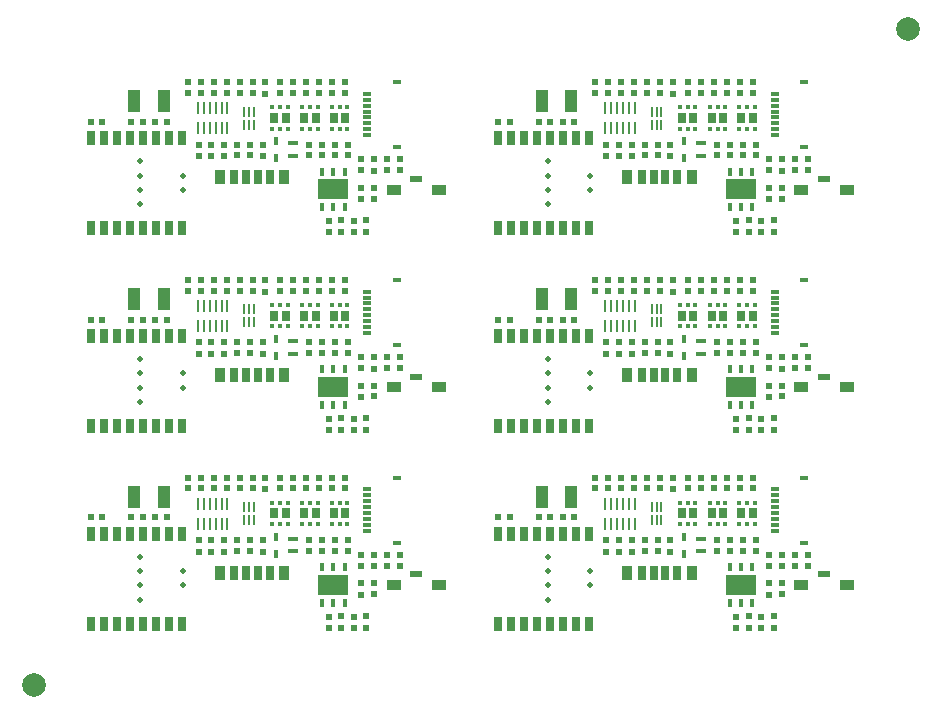
<source format=gbr>
%TF.GenerationSoftware,KiCad,Pcbnew,(5.1.9)-1*%
%TF.CreationDate,2021-11-10T23:35:07-06:00*%
%TF.ProjectId,CC_BT_PANELIZED,43435f42-545f-4504-914e-454c495a4544,000*%
%TF.SameCoordinates,Original*%
%TF.FileFunction,Paste,Top*%
%TF.FilePolarity,Positive*%
%FSLAX46Y46*%
G04 Gerber Fmt 4.6, Leading zero omitted, Abs format (unit mm)*
G04 Created by KiCad (PCBNEW (5.1.9)-1) date 2021-11-10 23:35:07*
%MOMM*%
%LPD*%
G01*
G04 APERTURE LIST*
%ADD10R,0.600000X0.490000*%
%ADD11R,0.550000X0.500000*%
%ADD12R,0.500000X0.550000*%
%ADD13R,0.650000X0.900000*%
%ADD14R,0.350000X0.400000*%
%ADD15R,0.250000X1.000000*%
%ADD16R,0.700000X1.150000*%
%ADD17R,0.800000X1.150000*%
%ADD18R,0.900000X1.150000*%
%ADD19R,0.838200X0.406400*%
%ADD20C,0.500000*%
%ADD21R,0.690000X1.190000*%
%ADD22R,1.000000X0.500000*%
%ADD23R,1.250000X0.950000*%
%ADD24R,2.500000X1.750000*%
%ADD25R,0.400000X0.800000*%
%ADD26R,1.100000X1.900000*%
%ADD27R,0.500000X0.500000*%
%ADD28R,0.420000X0.700000*%
%ADD29R,0.800000X0.300000*%
%ADD30R,0.800000X0.400000*%
%ADD31R,0.200000X0.850000*%
%ADD32C,2.000000*%
G04 APERTURE END LIST*
D10*
%TO.C,R9*%
X113490000Y-73057000D03*
X113490000Y-72143000D03*
%TD*%
%TO.C,R9*%
X78990000Y-73057000D03*
X78990000Y-72143000D03*
%TD*%
%TO.C,R9*%
X113490000Y-56307000D03*
X113490000Y-55393000D03*
%TD*%
%TO.C,R9*%
X78990000Y-56307000D03*
X78990000Y-55393000D03*
%TD*%
%TO.C,R9*%
X113490000Y-39557000D03*
X113490000Y-38643000D03*
%TD*%
%TO.C,R5*%
X126440000Y-84857000D03*
X126440000Y-83943000D03*
%TD*%
%TO.C,R5*%
X91940000Y-84857000D03*
X91940000Y-83943000D03*
%TD*%
%TO.C,R5*%
X126440000Y-68107000D03*
X126440000Y-67193000D03*
%TD*%
%TO.C,R5*%
X91940000Y-68107000D03*
X91940000Y-67193000D03*
%TD*%
%TO.C,R5*%
X126440000Y-51357000D03*
X126440000Y-50443000D03*
%TD*%
%TO.C,R11*%
X121330000Y-72143000D03*
X121330000Y-73057000D03*
%TD*%
%TO.C,R11*%
X86830000Y-72143000D03*
X86830000Y-73057000D03*
%TD*%
%TO.C,R11*%
X121330000Y-55393000D03*
X121330000Y-56307000D03*
%TD*%
%TO.C,R11*%
X86830000Y-55393000D03*
X86830000Y-56307000D03*
%TD*%
%TO.C,R11*%
X121330000Y-38643000D03*
X121330000Y-39557000D03*
%TD*%
D11*
%TO.C,C5*%
X113320000Y-78420000D03*
X113320000Y-77440000D03*
%TD*%
%TO.C,C5*%
X78820000Y-78420000D03*
X78820000Y-77440000D03*
%TD*%
%TO.C,C5*%
X113320000Y-61670000D03*
X113320000Y-60690000D03*
%TD*%
%TO.C,C5*%
X78820000Y-61670000D03*
X78820000Y-60690000D03*
%TD*%
%TO.C,C5*%
X113320000Y-44920000D03*
X113320000Y-43940000D03*
%TD*%
%TO.C,C2*%
X118980000Y-72150000D03*
X118980000Y-73130000D03*
%TD*%
%TO.C,C2*%
X84480000Y-72150000D03*
X84480000Y-73130000D03*
%TD*%
%TO.C,C2*%
X118980000Y-55400000D03*
X118980000Y-56380000D03*
%TD*%
%TO.C,C2*%
X84480000Y-55400000D03*
X84480000Y-56380000D03*
%TD*%
%TO.C,C2*%
X118980000Y-38650000D03*
X118980000Y-39630000D03*
%TD*%
D12*
%TO.C,C9*%
X108600000Y-75510000D03*
X107620000Y-75510000D03*
%TD*%
%TO.C,C9*%
X74100000Y-75510000D03*
X73120000Y-75510000D03*
%TD*%
%TO.C,C9*%
X108600000Y-58760000D03*
X107620000Y-58760000D03*
%TD*%
%TO.C,C9*%
X74100000Y-58760000D03*
X73120000Y-58760000D03*
%TD*%
%TO.C,C9*%
X108600000Y-42010000D03*
X107620000Y-42010000D03*
%TD*%
D10*
%TO.C,R2*%
X117680000Y-77433000D03*
X117680000Y-78347000D03*
%TD*%
%TO.C,R2*%
X83180000Y-77433000D03*
X83180000Y-78347000D03*
%TD*%
%TO.C,R2*%
X117680000Y-60683000D03*
X117680000Y-61597000D03*
%TD*%
%TO.C,R2*%
X83180000Y-60683000D03*
X83180000Y-61597000D03*
%TD*%
%TO.C,R2*%
X117680000Y-43933000D03*
X117680000Y-44847000D03*
%TD*%
%TO.C,R17*%
X129300000Y-78663000D03*
X129300000Y-79577000D03*
%TD*%
%TO.C,R17*%
X94800000Y-78663000D03*
X94800000Y-79577000D03*
%TD*%
%TO.C,R17*%
X129300000Y-61913000D03*
X129300000Y-62827000D03*
%TD*%
%TO.C,R17*%
X94800000Y-61913000D03*
X94800000Y-62827000D03*
%TD*%
%TO.C,R17*%
X129300000Y-45163000D03*
X129300000Y-46077000D03*
%TD*%
%TO.C,R10*%
X114590000Y-72143000D03*
X114590000Y-73057000D03*
%TD*%
%TO.C,R10*%
X80090000Y-72143000D03*
X80090000Y-73057000D03*
%TD*%
%TO.C,R10*%
X114590000Y-55393000D03*
X114590000Y-56307000D03*
%TD*%
%TO.C,R10*%
X80090000Y-55393000D03*
X80090000Y-56307000D03*
%TD*%
%TO.C,R10*%
X114590000Y-38643000D03*
X114590000Y-39557000D03*
%TD*%
%TO.C,R18*%
X130400000Y-79577000D03*
X130400000Y-78663000D03*
%TD*%
%TO.C,R18*%
X95900000Y-79577000D03*
X95900000Y-78663000D03*
%TD*%
%TO.C,R18*%
X130400000Y-62827000D03*
X130400000Y-61913000D03*
%TD*%
%TO.C,R18*%
X95900000Y-62827000D03*
X95900000Y-61913000D03*
%TD*%
%TO.C,R18*%
X130400000Y-46077000D03*
X130400000Y-45163000D03*
%TD*%
%TO.C,R23*%
X125730000Y-72143000D03*
X125730000Y-73057000D03*
%TD*%
%TO.C,R23*%
X91230000Y-72143000D03*
X91230000Y-73057000D03*
%TD*%
%TO.C,R23*%
X125730000Y-55393000D03*
X125730000Y-56307000D03*
%TD*%
%TO.C,R23*%
X91230000Y-55393000D03*
X91230000Y-56307000D03*
%TD*%
%TO.C,R23*%
X125730000Y-38643000D03*
X125730000Y-39557000D03*
%TD*%
%TO.C,R21*%
X112390000Y-72143000D03*
X112390000Y-73057000D03*
%TD*%
%TO.C,R21*%
X77890000Y-72143000D03*
X77890000Y-73057000D03*
%TD*%
%TO.C,R21*%
X112390000Y-55393000D03*
X112390000Y-56307000D03*
%TD*%
%TO.C,R21*%
X77890000Y-55393000D03*
X77890000Y-56307000D03*
%TD*%
%TO.C,R21*%
X112390000Y-38643000D03*
X112390000Y-39557000D03*
%TD*%
D12*
%TO.C,C8*%
X109660000Y-75510000D03*
X110640000Y-75510000D03*
%TD*%
%TO.C,C8*%
X75160000Y-75510000D03*
X76140000Y-75510000D03*
%TD*%
%TO.C,C8*%
X109660000Y-58760000D03*
X110640000Y-58760000D03*
%TD*%
%TO.C,C8*%
X75160000Y-58760000D03*
X76140000Y-58760000D03*
%TD*%
%TO.C,C8*%
X109660000Y-42010000D03*
X110640000Y-42010000D03*
%TD*%
D10*
%TO.C,R22*%
X124630000Y-72143000D03*
X124630000Y-73057000D03*
%TD*%
%TO.C,R22*%
X90130000Y-72143000D03*
X90130000Y-73057000D03*
%TD*%
%TO.C,R22*%
X124630000Y-55393000D03*
X124630000Y-56307000D03*
%TD*%
%TO.C,R22*%
X90130000Y-55393000D03*
X90130000Y-56307000D03*
%TD*%
%TO.C,R22*%
X124630000Y-38643000D03*
X124630000Y-39557000D03*
%TD*%
D13*
%TO.C,U5*%
X119745000Y-75170000D03*
X120695000Y-75170000D03*
D14*
X120220000Y-74260000D03*
X120870000Y-74260000D03*
X119570000Y-74260000D03*
X119570000Y-76080000D03*
X120220000Y-76080000D03*
X120870000Y-76080000D03*
%TD*%
D13*
%TO.C,U5*%
X85245000Y-75170000D03*
X86195000Y-75170000D03*
D14*
X85720000Y-74260000D03*
X86370000Y-74260000D03*
X85070000Y-74260000D03*
X85070000Y-76080000D03*
X85720000Y-76080000D03*
X86370000Y-76080000D03*
%TD*%
D13*
%TO.C,U5*%
X119745000Y-58420000D03*
X120695000Y-58420000D03*
D14*
X120220000Y-57510000D03*
X120870000Y-57510000D03*
X119570000Y-57510000D03*
X119570000Y-59330000D03*
X120220000Y-59330000D03*
X120870000Y-59330000D03*
%TD*%
D13*
%TO.C,U5*%
X85245000Y-58420000D03*
X86195000Y-58420000D03*
D14*
X85720000Y-57510000D03*
X86370000Y-57510000D03*
X85070000Y-57510000D03*
X85070000Y-59330000D03*
X85720000Y-59330000D03*
X86370000Y-59330000D03*
%TD*%
D13*
%TO.C,U5*%
X119745000Y-41670000D03*
X120695000Y-41670000D03*
D14*
X120220000Y-40760000D03*
X120870000Y-40760000D03*
X119570000Y-40760000D03*
X119570000Y-42580000D03*
X120220000Y-42580000D03*
X120870000Y-42580000D03*
%TD*%
D10*
%TO.C,R20*%
X115690000Y-73057000D03*
X115690000Y-72143000D03*
%TD*%
%TO.C,R20*%
X81190000Y-73057000D03*
X81190000Y-72143000D03*
%TD*%
%TO.C,R20*%
X115690000Y-56307000D03*
X115690000Y-55393000D03*
%TD*%
%TO.C,R20*%
X81190000Y-56307000D03*
X81190000Y-55393000D03*
%TD*%
%TO.C,R20*%
X115690000Y-39557000D03*
X115690000Y-38643000D03*
%TD*%
D11*
%TO.C,C7*%
X115480000Y-78420000D03*
X115480000Y-77440000D03*
%TD*%
%TO.C,C7*%
X80980000Y-78420000D03*
X80980000Y-77440000D03*
%TD*%
%TO.C,C7*%
X115480000Y-61670000D03*
X115480000Y-60690000D03*
%TD*%
%TO.C,C7*%
X80980000Y-61670000D03*
X80980000Y-60690000D03*
%TD*%
%TO.C,C7*%
X115480000Y-44920000D03*
X115480000Y-43940000D03*
%TD*%
D10*
%TO.C,R7*%
X127100000Y-78663000D03*
X127100000Y-79577000D03*
%TD*%
%TO.C,R7*%
X92600000Y-78663000D03*
X92600000Y-79577000D03*
%TD*%
%TO.C,R7*%
X127100000Y-61913000D03*
X127100000Y-62827000D03*
%TD*%
%TO.C,R7*%
X92600000Y-61913000D03*
X92600000Y-62827000D03*
%TD*%
%TO.C,R7*%
X127100000Y-45163000D03*
X127100000Y-46077000D03*
%TD*%
%TO.C,R4*%
X117890000Y-73057000D03*
X117890000Y-72143000D03*
%TD*%
%TO.C,R4*%
X83390000Y-73057000D03*
X83390000Y-72143000D03*
%TD*%
%TO.C,R4*%
X117890000Y-56307000D03*
X117890000Y-55393000D03*
%TD*%
%TO.C,R4*%
X83390000Y-56307000D03*
X83390000Y-55393000D03*
%TD*%
%TO.C,R4*%
X117890000Y-39557000D03*
X117890000Y-38643000D03*
%TD*%
%TO.C,R8*%
X124330000Y-84857000D03*
X124330000Y-83943000D03*
%TD*%
%TO.C,R8*%
X89830000Y-84857000D03*
X89830000Y-83943000D03*
%TD*%
%TO.C,R8*%
X124330000Y-68107000D03*
X124330000Y-67193000D03*
%TD*%
%TO.C,R8*%
X89830000Y-68107000D03*
X89830000Y-67193000D03*
%TD*%
%TO.C,R8*%
X124330000Y-51357000D03*
X124330000Y-50443000D03*
%TD*%
D11*
%TO.C,C6*%
X114400000Y-78420000D03*
X114400000Y-77440000D03*
%TD*%
%TO.C,C6*%
X79900000Y-78420000D03*
X79900000Y-77440000D03*
%TD*%
%TO.C,C6*%
X114400000Y-61670000D03*
X114400000Y-60690000D03*
%TD*%
%TO.C,C6*%
X79900000Y-61670000D03*
X79900000Y-60690000D03*
%TD*%
%TO.C,C6*%
X114400000Y-44920000D03*
X114400000Y-43940000D03*
%TD*%
D10*
%TO.C,R1*%
X116580000Y-77433000D03*
X116580000Y-78347000D03*
%TD*%
%TO.C,R1*%
X82080000Y-77433000D03*
X82080000Y-78347000D03*
%TD*%
%TO.C,R1*%
X116580000Y-60683000D03*
X116580000Y-61597000D03*
%TD*%
%TO.C,R1*%
X82080000Y-60683000D03*
X82080000Y-61597000D03*
%TD*%
%TO.C,R1*%
X116580000Y-43933000D03*
X116580000Y-44847000D03*
%TD*%
D11*
%TO.C,C1*%
X118770000Y-78420000D03*
X118770000Y-77440000D03*
%TD*%
%TO.C,C1*%
X84270000Y-78420000D03*
X84270000Y-77440000D03*
%TD*%
%TO.C,C1*%
X118770000Y-61670000D03*
X118770000Y-60690000D03*
%TD*%
%TO.C,C1*%
X84270000Y-61670000D03*
X84270000Y-60690000D03*
%TD*%
%TO.C,C1*%
X118770000Y-44920000D03*
X118770000Y-43940000D03*
%TD*%
%TO.C,C3*%
X127100000Y-81100000D03*
X127100000Y-82080000D03*
%TD*%
%TO.C,C3*%
X92600000Y-81100000D03*
X92600000Y-82080000D03*
%TD*%
%TO.C,C3*%
X127100000Y-64350000D03*
X127100000Y-65330000D03*
%TD*%
%TO.C,C3*%
X92600000Y-64350000D03*
X92600000Y-65330000D03*
%TD*%
%TO.C,C3*%
X127100000Y-47600000D03*
X127100000Y-48580000D03*
%TD*%
D10*
%TO.C,R24*%
X120230000Y-72143000D03*
X120230000Y-73057000D03*
%TD*%
%TO.C,R24*%
X85730000Y-72143000D03*
X85730000Y-73057000D03*
%TD*%
%TO.C,R24*%
X120230000Y-55393000D03*
X120230000Y-56307000D03*
%TD*%
%TO.C,R24*%
X85730000Y-55393000D03*
X85730000Y-56307000D03*
%TD*%
%TO.C,R24*%
X120230000Y-38643000D03*
X120230000Y-39557000D03*
%TD*%
D13*
%TO.C,U7*%
X124785000Y-75170000D03*
X125735000Y-75170000D03*
D14*
X125260000Y-74260000D03*
X125910000Y-74260000D03*
X124610000Y-74260000D03*
X124610000Y-76080000D03*
X125260000Y-76080000D03*
X125910000Y-76080000D03*
%TD*%
D13*
%TO.C,U7*%
X90285000Y-75170000D03*
X91235000Y-75170000D03*
D14*
X90760000Y-74260000D03*
X91410000Y-74260000D03*
X90110000Y-74260000D03*
X90110000Y-76080000D03*
X90760000Y-76080000D03*
X91410000Y-76080000D03*
%TD*%
D13*
%TO.C,U7*%
X124785000Y-58420000D03*
X125735000Y-58420000D03*
D14*
X125260000Y-57510000D03*
X125910000Y-57510000D03*
X124610000Y-57510000D03*
X124610000Y-59330000D03*
X125260000Y-59330000D03*
X125910000Y-59330000D03*
%TD*%
D13*
%TO.C,U7*%
X90285000Y-58420000D03*
X91235000Y-58420000D03*
D14*
X90760000Y-57510000D03*
X91410000Y-57510000D03*
X90110000Y-57510000D03*
X90110000Y-59330000D03*
X90760000Y-59330000D03*
X91410000Y-59330000D03*
%TD*%
D13*
%TO.C,U7*%
X124785000Y-41670000D03*
X125735000Y-41670000D03*
D14*
X125260000Y-40760000D03*
X125910000Y-40760000D03*
X124610000Y-40760000D03*
X124610000Y-42580000D03*
X125260000Y-42580000D03*
X125910000Y-42580000D03*
%TD*%
D10*
%TO.C,R16*%
X122430000Y-72143000D03*
X122430000Y-73057000D03*
%TD*%
%TO.C,R16*%
X87930000Y-72143000D03*
X87930000Y-73057000D03*
%TD*%
%TO.C,R16*%
X122430000Y-55393000D03*
X122430000Y-56307000D03*
%TD*%
%TO.C,R16*%
X87930000Y-55393000D03*
X87930000Y-56307000D03*
%TD*%
%TO.C,R16*%
X122430000Y-38643000D03*
X122430000Y-39557000D03*
%TD*%
%TO.C,R12*%
X124880000Y-78347000D03*
X124880000Y-77433000D03*
%TD*%
%TO.C,R12*%
X90380000Y-78347000D03*
X90380000Y-77433000D03*
%TD*%
%TO.C,R12*%
X124880000Y-61597000D03*
X124880000Y-60683000D03*
%TD*%
%TO.C,R12*%
X90380000Y-61597000D03*
X90380000Y-60683000D03*
%TD*%
%TO.C,R12*%
X124880000Y-44847000D03*
X124880000Y-43933000D03*
%TD*%
%TO.C,R19*%
X128203333Y-81093000D03*
X128203333Y-82007000D03*
%TD*%
%TO.C,R19*%
X93703333Y-81093000D03*
X93703333Y-82007000D03*
%TD*%
%TO.C,R19*%
X128203333Y-64343000D03*
X128203333Y-65257000D03*
%TD*%
%TO.C,R19*%
X93703333Y-64343000D03*
X93703333Y-65257000D03*
%TD*%
%TO.C,R19*%
X128203333Y-47593000D03*
X128203333Y-48507000D03*
%TD*%
D12*
%TO.C,C10*%
X104190000Y-75510000D03*
X105170000Y-75510000D03*
%TD*%
%TO.C,C10*%
X69690000Y-75510000D03*
X70670000Y-75510000D03*
%TD*%
%TO.C,C10*%
X104190000Y-58760000D03*
X105170000Y-58760000D03*
%TD*%
%TO.C,C10*%
X69690000Y-58760000D03*
X70670000Y-58760000D03*
%TD*%
%TO.C,C10*%
X104190000Y-42010000D03*
X105170000Y-42010000D03*
%TD*%
D11*
%TO.C,C4*%
X128203333Y-78670000D03*
X128203333Y-79650000D03*
%TD*%
%TO.C,C4*%
X93703333Y-78670000D03*
X93703333Y-79650000D03*
%TD*%
%TO.C,C4*%
X128203333Y-61920000D03*
X128203333Y-62900000D03*
%TD*%
%TO.C,C4*%
X93703333Y-61920000D03*
X93703333Y-62900000D03*
%TD*%
%TO.C,C4*%
X128203333Y-45170000D03*
X128203333Y-46150000D03*
%TD*%
D10*
%TO.C,R6*%
X125980000Y-78347000D03*
X125980000Y-77433000D03*
%TD*%
%TO.C,R6*%
X91480000Y-78347000D03*
X91480000Y-77433000D03*
%TD*%
%TO.C,R6*%
X125980000Y-61597000D03*
X125980000Y-60683000D03*
%TD*%
%TO.C,R6*%
X91480000Y-61597000D03*
X91480000Y-60683000D03*
%TD*%
%TO.C,R6*%
X125980000Y-44847000D03*
X125980000Y-43933000D03*
%TD*%
%TO.C,R3*%
X116790000Y-73057000D03*
X116790000Y-72143000D03*
%TD*%
%TO.C,R3*%
X82290000Y-73057000D03*
X82290000Y-72143000D03*
%TD*%
%TO.C,R3*%
X116790000Y-56307000D03*
X116790000Y-55393000D03*
%TD*%
%TO.C,R3*%
X82290000Y-56307000D03*
X82290000Y-55393000D03*
%TD*%
%TO.C,R3*%
X116790000Y-39557000D03*
X116790000Y-38643000D03*
%TD*%
%TO.C,R15*%
X122680000Y-78347000D03*
X122680000Y-77433000D03*
%TD*%
%TO.C,R15*%
X88180000Y-78347000D03*
X88180000Y-77433000D03*
%TD*%
%TO.C,R15*%
X122680000Y-61597000D03*
X122680000Y-60683000D03*
%TD*%
%TO.C,R15*%
X88180000Y-61597000D03*
X88180000Y-60683000D03*
%TD*%
%TO.C,R15*%
X122680000Y-44847000D03*
X122680000Y-43933000D03*
%TD*%
D15*
%TO.C,U3*%
X113260000Y-76050000D03*
X113760000Y-76050000D03*
X114260000Y-76050000D03*
X114760000Y-76050000D03*
X115260000Y-76050000D03*
X115760000Y-76050000D03*
X115760000Y-74350000D03*
X115260000Y-74350000D03*
X114760000Y-74350000D03*
X114260000Y-74350000D03*
X113760000Y-74350000D03*
X113260000Y-74350000D03*
%TD*%
%TO.C,U3*%
X78760000Y-76050000D03*
X79260000Y-76050000D03*
X79760000Y-76050000D03*
X80260000Y-76050000D03*
X80760000Y-76050000D03*
X81260000Y-76050000D03*
X81260000Y-74350000D03*
X80760000Y-74350000D03*
X80260000Y-74350000D03*
X79760000Y-74350000D03*
X79260000Y-74350000D03*
X78760000Y-74350000D03*
%TD*%
%TO.C,U3*%
X113260000Y-59300000D03*
X113760000Y-59300000D03*
X114260000Y-59300000D03*
X114760000Y-59300000D03*
X115260000Y-59300000D03*
X115760000Y-59300000D03*
X115760000Y-57600000D03*
X115260000Y-57600000D03*
X114760000Y-57600000D03*
X114260000Y-57600000D03*
X113760000Y-57600000D03*
X113260000Y-57600000D03*
%TD*%
%TO.C,U3*%
X78760000Y-59300000D03*
X79260000Y-59300000D03*
X79760000Y-59300000D03*
X80260000Y-59300000D03*
X80760000Y-59300000D03*
X81260000Y-59300000D03*
X81260000Y-57600000D03*
X80760000Y-57600000D03*
X80260000Y-57600000D03*
X79760000Y-57600000D03*
X79260000Y-57600000D03*
X78760000Y-57600000D03*
%TD*%
%TO.C,U3*%
X113260000Y-42550000D03*
X113760000Y-42550000D03*
X114260000Y-42550000D03*
X114760000Y-42550000D03*
X115260000Y-42550000D03*
X115760000Y-42550000D03*
X115760000Y-40850000D03*
X115260000Y-40850000D03*
X114760000Y-40850000D03*
X114260000Y-40850000D03*
X113760000Y-40850000D03*
X113260000Y-40850000D03*
%TD*%
D16*
%TO.C,J1*%
X118340000Y-80190000D03*
X117340000Y-80190000D03*
D17*
X116320000Y-80190000D03*
X119360000Y-80190000D03*
D18*
X115090000Y-80190000D03*
X120590000Y-80190000D03*
%TD*%
D16*
%TO.C,J1*%
X83840000Y-80190000D03*
X82840000Y-80190000D03*
D17*
X81820000Y-80190000D03*
X84860000Y-80190000D03*
D18*
X80590000Y-80190000D03*
X86090000Y-80190000D03*
%TD*%
D16*
%TO.C,J1*%
X118340000Y-63440000D03*
X117340000Y-63440000D03*
D17*
X116320000Y-63440000D03*
X119360000Y-63440000D03*
D18*
X115090000Y-63440000D03*
X120590000Y-63440000D03*
%TD*%
D16*
%TO.C,J1*%
X83840000Y-63440000D03*
X82840000Y-63440000D03*
D17*
X81820000Y-63440000D03*
X84860000Y-63440000D03*
D18*
X80590000Y-63440000D03*
X86090000Y-63440000D03*
%TD*%
D16*
%TO.C,J1*%
X118340000Y-46690000D03*
X117340000Y-46690000D03*
D17*
X116320000Y-46690000D03*
X119360000Y-46690000D03*
D18*
X115090000Y-46690000D03*
X120590000Y-46690000D03*
%TD*%
D19*
%TO.C,CR1*%
X121320000Y-78380700D03*
X121320000Y-77339300D03*
%TD*%
%TO.C,CR1*%
X86820000Y-78380700D03*
X86820000Y-77339300D03*
%TD*%
%TO.C,CR1*%
X121320000Y-61630700D03*
X121320000Y-60589300D03*
%TD*%
%TO.C,CR1*%
X86820000Y-61630700D03*
X86820000Y-60589300D03*
%TD*%
%TO.C,CR1*%
X121320000Y-44880700D03*
X121320000Y-43839300D03*
%TD*%
D20*
%TO.C,U4*%
X108391000Y-78860000D03*
X108391000Y-80060000D03*
X108391000Y-81260000D03*
X108391000Y-82460000D03*
X111991000Y-80060000D03*
X111991000Y-81260000D03*
D21*
X104192000Y-76890000D03*
X105292000Y-76890000D03*
X106392000Y-76890000D03*
X107492000Y-76890000D03*
X108592000Y-76890000D03*
X109692000Y-76890000D03*
X110792000Y-76890000D03*
X111892000Y-76890000D03*
X111892000Y-84530000D03*
X110792000Y-84530000D03*
X109692000Y-84530000D03*
X108592000Y-84530000D03*
X107492000Y-84530000D03*
X106392000Y-84530000D03*
X105292000Y-84530000D03*
X104192000Y-84530000D03*
%TD*%
D20*
%TO.C,U4*%
X73891000Y-78860000D03*
X73891000Y-80060000D03*
X73891000Y-81260000D03*
X73891000Y-82460000D03*
X77491000Y-80060000D03*
X77491000Y-81260000D03*
D21*
X69692000Y-76890000D03*
X70792000Y-76890000D03*
X71892000Y-76890000D03*
X72992000Y-76890000D03*
X74092000Y-76890000D03*
X75192000Y-76890000D03*
X76292000Y-76890000D03*
X77392000Y-76890000D03*
X77392000Y-84530000D03*
X76292000Y-84530000D03*
X75192000Y-84530000D03*
X74092000Y-84530000D03*
X72992000Y-84530000D03*
X71892000Y-84530000D03*
X70792000Y-84530000D03*
X69692000Y-84530000D03*
%TD*%
D20*
%TO.C,U4*%
X108391000Y-62110000D03*
X108391000Y-63310000D03*
X108391000Y-64510000D03*
X108391000Y-65710000D03*
X111991000Y-63310000D03*
X111991000Y-64510000D03*
D21*
X104192000Y-60140000D03*
X105292000Y-60140000D03*
X106392000Y-60140000D03*
X107492000Y-60140000D03*
X108592000Y-60140000D03*
X109692000Y-60140000D03*
X110792000Y-60140000D03*
X111892000Y-60140000D03*
X111892000Y-67780000D03*
X110792000Y-67780000D03*
X109692000Y-67780000D03*
X108592000Y-67780000D03*
X107492000Y-67780000D03*
X106392000Y-67780000D03*
X105292000Y-67780000D03*
X104192000Y-67780000D03*
%TD*%
D20*
%TO.C,U4*%
X73891000Y-62110000D03*
X73891000Y-63310000D03*
X73891000Y-64510000D03*
X73891000Y-65710000D03*
X77491000Y-63310000D03*
X77491000Y-64510000D03*
D21*
X69692000Y-60140000D03*
X70792000Y-60140000D03*
X71892000Y-60140000D03*
X72992000Y-60140000D03*
X74092000Y-60140000D03*
X75192000Y-60140000D03*
X76292000Y-60140000D03*
X77392000Y-60140000D03*
X77392000Y-67780000D03*
X76292000Y-67780000D03*
X75192000Y-67780000D03*
X74092000Y-67780000D03*
X72992000Y-67780000D03*
X71892000Y-67780000D03*
X70792000Y-67780000D03*
X69692000Y-67780000D03*
%TD*%
D20*
%TO.C,U4*%
X108391000Y-45360000D03*
X108391000Y-46560000D03*
X108391000Y-47760000D03*
X108391000Y-48960000D03*
X111991000Y-46560000D03*
X111991000Y-47760000D03*
D21*
X104192000Y-43390000D03*
X105292000Y-43390000D03*
X106392000Y-43390000D03*
X107492000Y-43390000D03*
X108592000Y-43390000D03*
X109692000Y-43390000D03*
X110792000Y-43390000D03*
X111892000Y-43390000D03*
X111892000Y-51030000D03*
X110792000Y-51030000D03*
X109692000Y-51030000D03*
X108592000Y-51030000D03*
X107492000Y-51030000D03*
X106392000Y-51030000D03*
X105292000Y-51030000D03*
X104192000Y-51030000D03*
%TD*%
D22*
%TO.C,SW1*%
X131760000Y-80330000D03*
D23*
X133685000Y-81255000D03*
X129835000Y-81255000D03*
%TD*%
D22*
%TO.C,SW1*%
X97260000Y-80330000D03*
D23*
X99185000Y-81255000D03*
X95335000Y-81255000D03*
%TD*%
D22*
%TO.C,SW1*%
X131760000Y-63580000D03*
D23*
X133685000Y-64505000D03*
X129835000Y-64505000D03*
%TD*%
D22*
%TO.C,SW1*%
X97260000Y-63580000D03*
D23*
X99185000Y-64505000D03*
X95335000Y-64505000D03*
%TD*%
D22*
%TO.C,SW1*%
X131760000Y-46830000D03*
D23*
X133685000Y-47755000D03*
X129835000Y-47755000D03*
%TD*%
D24*
%TO.C,U2*%
X124740000Y-81220000D03*
D25*
X125690000Y-82720000D03*
X124740000Y-82720000D03*
X123790000Y-82720000D03*
X123790000Y-79720000D03*
X124740000Y-79720000D03*
X125690000Y-79720000D03*
%TD*%
D24*
%TO.C,U2*%
X90240000Y-81220000D03*
D25*
X91190000Y-82720000D03*
X90240000Y-82720000D03*
X89290000Y-82720000D03*
X89290000Y-79720000D03*
X90240000Y-79720000D03*
X91190000Y-79720000D03*
%TD*%
D24*
%TO.C,U2*%
X124740000Y-64470000D03*
D25*
X125690000Y-65970000D03*
X124740000Y-65970000D03*
X123790000Y-65970000D03*
X123790000Y-62970000D03*
X124740000Y-62970000D03*
X125690000Y-62970000D03*
%TD*%
D24*
%TO.C,U2*%
X90240000Y-64470000D03*
D25*
X91190000Y-65970000D03*
X90240000Y-65970000D03*
X89290000Y-65970000D03*
X89290000Y-62970000D03*
X90240000Y-62970000D03*
X91190000Y-62970000D03*
%TD*%
D24*
%TO.C,U2*%
X124740000Y-47720000D03*
D25*
X125690000Y-49220000D03*
X124740000Y-49220000D03*
X123790000Y-49220000D03*
X123790000Y-46220000D03*
X124740000Y-46220000D03*
X125690000Y-46220000D03*
%TD*%
D26*
%TO.C,Y1*%
X107880000Y-73770000D03*
X110380000Y-73770000D03*
%TD*%
%TO.C,Y1*%
X73380000Y-73770000D03*
X75880000Y-73770000D03*
%TD*%
%TO.C,Y1*%
X107880000Y-57020000D03*
X110380000Y-57020000D03*
%TD*%
%TO.C,Y1*%
X73380000Y-57020000D03*
X75880000Y-57020000D03*
%TD*%
%TO.C,Y1*%
X107880000Y-40270000D03*
X110380000Y-40270000D03*
%TD*%
D10*
%TO.C,R13*%
X123530000Y-73057000D03*
X123530000Y-72143000D03*
%TD*%
%TO.C,R13*%
X89030000Y-73057000D03*
X89030000Y-72143000D03*
%TD*%
%TO.C,R13*%
X123530000Y-56307000D03*
X123530000Y-55393000D03*
%TD*%
%TO.C,R13*%
X89030000Y-56307000D03*
X89030000Y-55393000D03*
%TD*%
%TO.C,R13*%
X123530000Y-39557000D03*
X123530000Y-38643000D03*
%TD*%
D27*
%TO.C,D3*%
X125380000Y-84850000D03*
X125380000Y-83850000D03*
%TD*%
%TO.C,D3*%
X90880000Y-84850000D03*
X90880000Y-83850000D03*
%TD*%
%TO.C,D3*%
X125380000Y-68100000D03*
X125380000Y-67100000D03*
%TD*%
%TO.C,D3*%
X90880000Y-68100000D03*
X90880000Y-67100000D03*
%TD*%
%TO.C,D3*%
X125380000Y-51350000D03*
X125380000Y-50350000D03*
%TD*%
D28*
%TO.C,D1*%
X119910000Y-77135000D03*
X119910000Y-78585000D03*
%TD*%
%TO.C,D1*%
X85410000Y-77135000D03*
X85410000Y-78585000D03*
%TD*%
%TO.C,D1*%
X119910000Y-60385000D03*
X119910000Y-61835000D03*
%TD*%
%TO.C,D1*%
X85410000Y-60385000D03*
X85410000Y-61835000D03*
%TD*%
%TO.C,D1*%
X119910000Y-43635000D03*
X119910000Y-45085000D03*
%TD*%
D10*
%TO.C,R14*%
X123780000Y-77433000D03*
X123780000Y-78347000D03*
%TD*%
%TO.C,R14*%
X89280000Y-77433000D03*
X89280000Y-78347000D03*
%TD*%
%TO.C,R14*%
X123780000Y-60683000D03*
X123780000Y-61597000D03*
%TD*%
%TO.C,R14*%
X89280000Y-60683000D03*
X89280000Y-61597000D03*
%TD*%
%TO.C,R14*%
X123780000Y-43933000D03*
X123780000Y-44847000D03*
%TD*%
D27*
%TO.C,D2*%
X127500000Y-84850000D03*
X127500000Y-83850000D03*
%TD*%
%TO.C,D2*%
X93000000Y-84850000D03*
X93000000Y-83850000D03*
%TD*%
%TO.C,D2*%
X127500000Y-68100000D03*
X127500000Y-67100000D03*
%TD*%
%TO.C,D2*%
X93000000Y-68100000D03*
X93000000Y-67100000D03*
%TD*%
%TO.C,D2*%
X127500000Y-51350000D03*
X127500000Y-50350000D03*
%TD*%
D29*
%TO.C,J2*%
X127610000Y-73140000D03*
X127610000Y-73640000D03*
X127610000Y-74140000D03*
X127610000Y-74640000D03*
X127610000Y-75140000D03*
X127610000Y-75640000D03*
X127610000Y-76140000D03*
X127610000Y-76640000D03*
D30*
X130110000Y-72140000D03*
X130110000Y-77640000D03*
%TD*%
D29*
%TO.C,J2*%
X93110000Y-73140000D03*
X93110000Y-73640000D03*
X93110000Y-74140000D03*
X93110000Y-74640000D03*
X93110000Y-75140000D03*
X93110000Y-75640000D03*
X93110000Y-76140000D03*
X93110000Y-76640000D03*
D30*
X95610000Y-72140000D03*
X95610000Y-77640000D03*
%TD*%
D29*
%TO.C,J2*%
X127610000Y-56390000D03*
X127610000Y-56890000D03*
X127610000Y-57390000D03*
X127610000Y-57890000D03*
X127610000Y-58390000D03*
X127610000Y-58890000D03*
X127610000Y-59390000D03*
X127610000Y-59890000D03*
D30*
X130110000Y-55390000D03*
X130110000Y-60890000D03*
%TD*%
D29*
%TO.C,J2*%
X93110000Y-56390000D03*
X93110000Y-56890000D03*
X93110000Y-57390000D03*
X93110000Y-57890000D03*
X93110000Y-58390000D03*
X93110000Y-58890000D03*
X93110000Y-59390000D03*
X93110000Y-59890000D03*
D30*
X95610000Y-55390000D03*
X95610000Y-60890000D03*
%TD*%
D29*
%TO.C,J2*%
X127610000Y-39640000D03*
X127610000Y-40140000D03*
X127610000Y-40640000D03*
X127610000Y-41140000D03*
X127610000Y-41640000D03*
X127610000Y-42140000D03*
X127610000Y-42640000D03*
X127610000Y-43140000D03*
D30*
X130110000Y-38640000D03*
X130110000Y-44140000D03*
%TD*%
D31*
%TO.C,U1*%
X117990000Y-74640000D03*
X117590000Y-74640000D03*
X117190000Y-74640000D03*
X117190000Y-75740000D03*
X117590000Y-75740000D03*
X117990000Y-75740000D03*
%TD*%
%TO.C,U1*%
X83490000Y-74640000D03*
X83090000Y-74640000D03*
X82690000Y-74640000D03*
X82690000Y-75740000D03*
X83090000Y-75740000D03*
X83490000Y-75740000D03*
%TD*%
%TO.C,U1*%
X117990000Y-57890000D03*
X117590000Y-57890000D03*
X117190000Y-57890000D03*
X117190000Y-58990000D03*
X117590000Y-58990000D03*
X117990000Y-58990000D03*
%TD*%
%TO.C,U1*%
X83490000Y-57890000D03*
X83090000Y-57890000D03*
X82690000Y-57890000D03*
X82690000Y-58990000D03*
X83090000Y-58990000D03*
X83490000Y-58990000D03*
%TD*%
%TO.C,U1*%
X117990000Y-41140000D03*
X117590000Y-41140000D03*
X117190000Y-41140000D03*
X117190000Y-42240000D03*
X117590000Y-42240000D03*
X117990000Y-42240000D03*
%TD*%
D14*
%TO.C,U6*%
X123410000Y-76080000D03*
X122760000Y-76080000D03*
X122110000Y-76080000D03*
X122110000Y-74260000D03*
X123410000Y-74260000D03*
X122760000Y-74260000D03*
D13*
X123235000Y-75170000D03*
X122285000Y-75170000D03*
%TD*%
D14*
%TO.C,U6*%
X88910000Y-76080000D03*
X88260000Y-76080000D03*
X87610000Y-76080000D03*
X87610000Y-74260000D03*
X88910000Y-74260000D03*
X88260000Y-74260000D03*
D13*
X88735000Y-75170000D03*
X87785000Y-75170000D03*
%TD*%
D14*
%TO.C,U6*%
X123410000Y-59330000D03*
X122760000Y-59330000D03*
X122110000Y-59330000D03*
X122110000Y-57510000D03*
X123410000Y-57510000D03*
X122760000Y-57510000D03*
D13*
X123235000Y-58420000D03*
X122285000Y-58420000D03*
%TD*%
D14*
%TO.C,U6*%
X88910000Y-59330000D03*
X88260000Y-59330000D03*
X87610000Y-59330000D03*
X87610000Y-57510000D03*
X88910000Y-57510000D03*
X88260000Y-57510000D03*
D13*
X88735000Y-58420000D03*
X87785000Y-58420000D03*
%TD*%
D14*
%TO.C,U6*%
X123410000Y-42580000D03*
X122760000Y-42580000D03*
X122110000Y-42580000D03*
X122110000Y-40760000D03*
X123410000Y-40760000D03*
X122760000Y-40760000D03*
D13*
X123235000Y-41670000D03*
X122285000Y-41670000D03*
%TD*%
D32*
%TO.C,REF\u002A\u002A*%
X138884263Y-34150000D03*
%TD*%
%TO.C,REF\u002A\u002A*%
X64905737Y-89710000D03*
%TD*%
D23*
%TO.C,SW1*%
X95335000Y-47755000D03*
X99185000Y-47755000D03*
D22*
X97260000Y-46830000D03*
%TD*%
D10*
%TO.C,R14*%
X89280000Y-44847000D03*
X89280000Y-43933000D03*
%TD*%
D21*
%TO.C,U4*%
X69692000Y-51030000D03*
X70792000Y-51030000D03*
X71892000Y-51030000D03*
X72992000Y-51030000D03*
X74092000Y-51030000D03*
X75192000Y-51030000D03*
X76292000Y-51030000D03*
X77392000Y-51030000D03*
X77392000Y-43390000D03*
X76292000Y-43390000D03*
X75192000Y-43390000D03*
X74092000Y-43390000D03*
X72992000Y-43390000D03*
X71892000Y-43390000D03*
X70792000Y-43390000D03*
X69692000Y-43390000D03*
D20*
X77491000Y-47760000D03*
X77491000Y-46560000D03*
X73891000Y-48960000D03*
X73891000Y-47760000D03*
X73891000Y-46560000D03*
X73891000Y-45360000D03*
%TD*%
D27*
%TO.C,D2*%
X93000000Y-50350000D03*
X93000000Y-51350000D03*
%TD*%
%TO.C,D3*%
X90880000Y-50350000D03*
X90880000Y-51350000D03*
%TD*%
D15*
%TO.C,U3*%
X78760000Y-40850000D03*
X79260000Y-40850000D03*
X79760000Y-40850000D03*
X80260000Y-40850000D03*
X80760000Y-40850000D03*
X81260000Y-40850000D03*
X81260000Y-42550000D03*
X80760000Y-42550000D03*
X80260000Y-42550000D03*
X79760000Y-42550000D03*
X79260000Y-42550000D03*
X78760000Y-42550000D03*
%TD*%
D19*
%TO.C,CR1*%
X86820000Y-43839300D03*
X86820000Y-44880700D03*
%TD*%
D18*
%TO.C,J1*%
X86090000Y-46690000D03*
X80590000Y-46690000D03*
D17*
X84860000Y-46690000D03*
X81820000Y-46690000D03*
D16*
X82840000Y-46690000D03*
X83840000Y-46690000D03*
%TD*%
D13*
%TO.C,U6*%
X87785000Y-41670000D03*
X88735000Y-41670000D03*
D14*
X88260000Y-40760000D03*
X88910000Y-40760000D03*
X87610000Y-40760000D03*
X87610000Y-42580000D03*
X88260000Y-42580000D03*
X88910000Y-42580000D03*
%TD*%
D31*
%TO.C,U1*%
X83490000Y-42240000D03*
X83090000Y-42240000D03*
X82690000Y-42240000D03*
X82690000Y-41140000D03*
X83090000Y-41140000D03*
X83490000Y-41140000D03*
%TD*%
D30*
%TO.C,J2*%
X95610000Y-44140000D03*
X95610000Y-38640000D03*
D29*
X93110000Y-43140000D03*
X93110000Y-42640000D03*
X93110000Y-42140000D03*
X93110000Y-41640000D03*
X93110000Y-41140000D03*
X93110000Y-40640000D03*
X93110000Y-40140000D03*
X93110000Y-39640000D03*
%TD*%
D28*
%TO.C,D1*%
X85410000Y-45085000D03*
X85410000Y-43635000D03*
%TD*%
D10*
%TO.C,R13*%
X89030000Y-38643000D03*
X89030000Y-39557000D03*
%TD*%
D26*
%TO.C,Y1*%
X75880000Y-40270000D03*
X73380000Y-40270000D03*
%TD*%
D25*
%TO.C,U2*%
X91190000Y-46220000D03*
X90240000Y-46220000D03*
X89290000Y-46220000D03*
X89290000Y-49220000D03*
X90240000Y-49220000D03*
X91190000Y-49220000D03*
D24*
X90240000Y-47720000D03*
%TD*%
D10*
%TO.C,R3*%
X82290000Y-38643000D03*
X82290000Y-39557000D03*
%TD*%
%TO.C,R10*%
X80090000Y-39557000D03*
X80090000Y-38643000D03*
%TD*%
D11*
%TO.C,C1*%
X84270000Y-43940000D03*
X84270000Y-44920000D03*
%TD*%
%TO.C,C3*%
X92600000Y-48580000D03*
X92600000Y-47600000D03*
%TD*%
D10*
%TO.C,R11*%
X86830000Y-39557000D03*
X86830000Y-38643000D03*
%TD*%
%TO.C,R18*%
X95900000Y-45163000D03*
X95900000Y-46077000D03*
%TD*%
%TO.C,R17*%
X94800000Y-46077000D03*
X94800000Y-45163000D03*
%TD*%
%TO.C,R9*%
X78990000Y-38643000D03*
X78990000Y-39557000D03*
%TD*%
%TO.C,R5*%
X91940000Y-50443000D03*
X91940000Y-51357000D03*
%TD*%
%TO.C,R2*%
X83180000Y-44847000D03*
X83180000Y-43933000D03*
%TD*%
%TO.C,R1*%
X82080000Y-44847000D03*
X82080000Y-43933000D03*
%TD*%
D12*
%TO.C,C10*%
X70670000Y-42010000D03*
X69690000Y-42010000D03*
%TD*%
%TO.C,C9*%
X73120000Y-42010000D03*
X74100000Y-42010000D03*
%TD*%
%TO.C,C8*%
X76140000Y-42010000D03*
X75160000Y-42010000D03*
%TD*%
D11*
%TO.C,C7*%
X80980000Y-43940000D03*
X80980000Y-44920000D03*
%TD*%
%TO.C,C6*%
X79900000Y-43940000D03*
X79900000Y-44920000D03*
%TD*%
%TO.C,C5*%
X78820000Y-43940000D03*
X78820000Y-44920000D03*
%TD*%
%TO.C,C2*%
X84480000Y-39630000D03*
X84480000Y-38650000D03*
%TD*%
D10*
%TO.C,R8*%
X89830000Y-50443000D03*
X89830000Y-51357000D03*
%TD*%
%TO.C,R4*%
X83390000Y-38643000D03*
X83390000Y-39557000D03*
%TD*%
%TO.C,R15*%
X88180000Y-43933000D03*
X88180000Y-44847000D03*
%TD*%
%TO.C,R21*%
X77890000Y-39557000D03*
X77890000Y-38643000D03*
%TD*%
%TO.C,R6*%
X91480000Y-43933000D03*
X91480000Y-44847000D03*
%TD*%
D11*
%TO.C,C4*%
X93703333Y-46150000D03*
X93703333Y-45170000D03*
%TD*%
D10*
%TO.C,R19*%
X93703333Y-48507000D03*
X93703333Y-47593000D03*
%TD*%
%TO.C,R12*%
X90380000Y-43933000D03*
X90380000Y-44847000D03*
%TD*%
%TO.C,R16*%
X87930000Y-39557000D03*
X87930000Y-38643000D03*
%TD*%
%TO.C,R7*%
X92600000Y-46077000D03*
X92600000Y-45163000D03*
%TD*%
%TO.C,R20*%
X81190000Y-38643000D03*
X81190000Y-39557000D03*
%TD*%
%TO.C,R22*%
X90130000Y-39557000D03*
X90130000Y-38643000D03*
%TD*%
D14*
%TO.C,U5*%
X86370000Y-42580000D03*
X85720000Y-42580000D03*
X85070000Y-42580000D03*
X85070000Y-40760000D03*
X86370000Y-40760000D03*
X85720000Y-40760000D03*
D13*
X86195000Y-41670000D03*
X85245000Y-41670000D03*
%TD*%
D10*
%TO.C,R23*%
X91230000Y-39557000D03*
X91230000Y-38643000D03*
%TD*%
D14*
%TO.C,U7*%
X91410000Y-42580000D03*
X90760000Y-42580000D03*
X90110000Y-42580000D03*
X90110000Y-40760000D03*
X91410000Y-40760000D03*
X90760000Y-40760000D03*
D13*
X91235000Y-41670000D03*
X90285000Y-41670000D03*
%TD*%
D10*
%TO.C,R24*%
X85730000Y-39557000D03*
X85730000Y-38643000D03*
%TD*%
M02*

</source>
